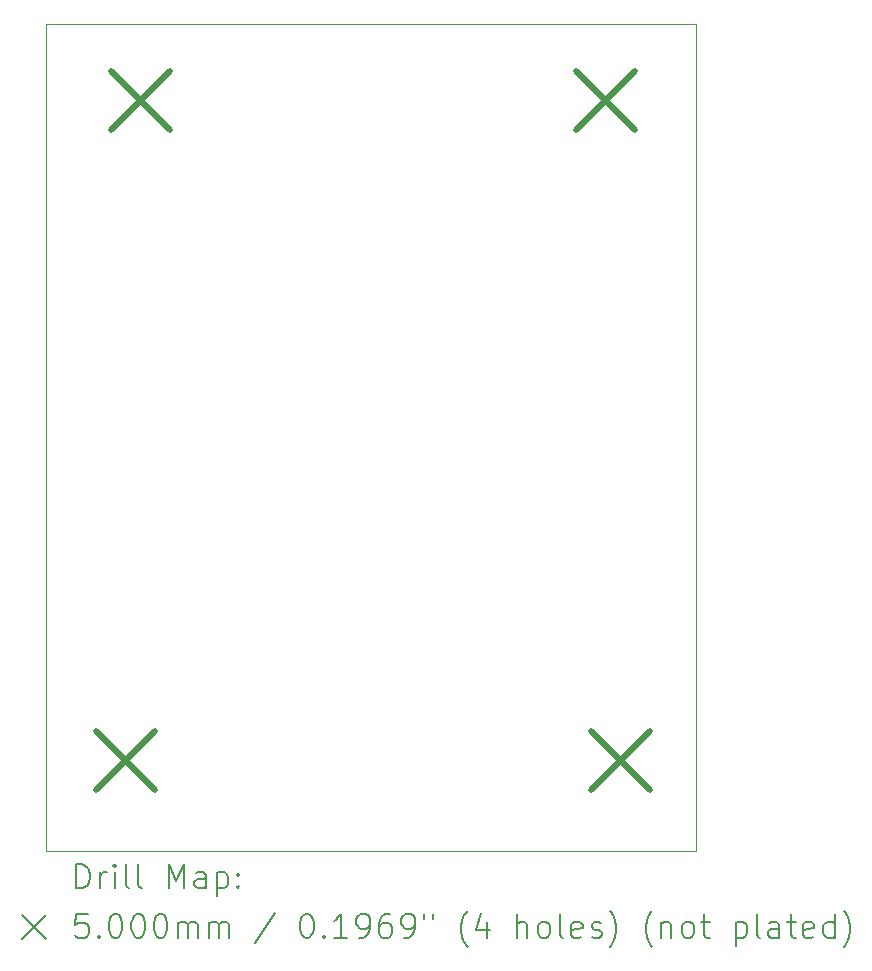
<source format=gbr>
%TF.GenerationSoftware,KiCad,Pcbnew,7.0.7*%
%TF.CreationDate,2023-10-27T22:05:09-06:00*%
%TF.ProjectId,RatGDO-OpenSource,52617447-444f-42d4-9f70-656e536f7572,rev?*%
%TF.SameCoordinates,Original*%
%TF.FileFunction,Drillmap*%
%TF.FilePolarity,Positive*%
%FSLAX45Y45*%
G04 Gerber Fmt 4.5, Leading zero omitted, Abs format (unit mm)*
G04 Created by KiCad (PCBNEW 7.0.7) date 2023-10-27 22:05:09*
%MOMM*%
%LPD*%
G01*
G04 APERTURE LIST*
%ADD10C,0.100000*%
%ADD11C,0.200000*%
%ADD12C,0.500000*%
G04 APERTURE END LIST*
D10*
X11391000Y-5573000D02*
X16891000Y-5573000D01*
X16891000Y-12573000D01*
X11391000Y-12573000D01*
X11391000Y-5573000D01*
D11*
D12*
X11815000Y-11561000D02*
X12315000Y-12061000D01*
X12315000Y-11561000D02*
X11815000Y-12061000D01*
X11942000Y-5973000D02*
X12442000Y-6473000D01*
X12442000Y-5973000D02*
X11942000Y-6473000D01*
X15879000Y-5973000D02*
X16379000Y-6473000D01*
X16379000Y-5973000D02*
X15879000Y-6473000D01*
X16006000Y-11561000D02*
X16506000Y-12061000D01*
X16506000Y-11561000D02*
X16006000Y-12061000D01*
D11*
X11646777Y-12889484D02*
X11646777Y-12689484D01*
X11646777Y-12689484D02*
X11694396Y-12689484D01*
X11694396Y-12689484D02*
X11722967Y-12699008D01*
X11722967Y-12699008D02*
X11742015Y-12718055D01*
X11742015Y-12718055D02*
X11751539Y-12737103D01*
X11751539Y-12737103D02*
X11761062Y-12775198D01*
X11761062Y-12775198D02*
X11761062Y-12803769D01*
X11761062Y-12803769D02*
X11751539Y-12841865D01*
X11751539Y-12841865D02*
X11742015Y-12860912D01*
X11742015Y-12860912D02*
X11722967Y-12879960D01*
X11722967Y-12879960D02*
X11694396Y-12889484D01*
X11694396Y-12889484D02*
X11646777Y-12889484D01*
X11846777Y-12889484D02*
X11846777Y-12756150D01*
X11846777Y-12794246D02*
X11856301Y-12775198D01*
X11856301Y-12775198D02*
X11865824Y-12765674D01*
X11865824Y-12765674D02*
X11884872Y-12756150D01*
X11884872Y-12756150D02*
X11903920Y-12756150D01*
X11970586Y-12889484D02*
X11970586Y-12756150D01*
X11970586Y-12689484D02*
X11961062Y-12699008D01*
X11961062Y-12699008D02*
X11970586Y-12708531D01*
X11970586Y-12708531D02*
X11980110Y-12699008D01*
X11980110Y-12699008D02*
X11970586Y-12689484D01*
X11970586Y-12689484D02*
X11970586Y-12708531D01*
X12094396Y-12889484D02*
X12075348Y-12879960D01*
X12075348Y-12879960D02*
X12065824Y-12860912D01*
X12065824Y-12860912D02*
X12065824Y-12689484D01*
X12199158Y-12889484D02*
X12180110Y-12879960D01*
X12180110Y-12879960D02*
X12170586Y-12860912D01*
X12170586Y-12860912D02*
X12170586Y-12689484D01*
X12427729Y-12889484D02*
X12427729Y-12689484D01*
X12427729Y-12689484D02*
X12494396Y-12832341D01*
X12494396Y-12832341D02*
X12561062Y-12689484D01*
X12561062Y-12689484D02*
X12561062Y-12889484D01*
X12742015Y-12889484D02*
X12742015Y-12784722D01*
X12742015Y-12784722D02*
X12732491Y-12765674D01*
X12732491Y-12765674D02*
X12713443Y-12756150D01*
X12713443Y-12756150D02*
X12675348Y-12756150D01*
X12675348Y-12756150D02*
X12656301Y-12765674D01*
X12742015Y-12879960D02*
X12722967Y-12889484D01*
X12722967Y-12889484D02*
X12675348Y-12889484D01*
X12675348Y-12889484D02*
X12656301Y-12879960D01*
X12656301Y-12879960D02*
X12646777Y-12860912D01*
X12646777Y-12860912D02*
X12646777Y-12841865D01*
X12646777Y-12841865D02*
X12656301Y-12822817D01*
X12656301Y-12822817D02*
X12675348Y-12813293D01*
X12675348Y-12813293D02*
X12722967Y-12813293D01*
X12722967Y-12813293D02*
X12742015Y-12803769D01*
X12837253Y-12756150D02*
X12837253Y-12956150D01*
X12837253Y-12765674D02*
X12856301Y-12756150D01*
X12856301Y-12756150D02*
X12894396Y-12756150D01*
X12894396Y-12756150D02*
X12913443Y-12765674D01*
X12913443Y-12765674D02*
X12922967Y-12775198D01*
X12922967Y-12775198D02*
X12932491Y-12794246D01*
X12932491Y-12794246D02*
X12932491Y-12851388D01*
X12932491Y-12851388D02*
X12922967Y-12870436D01*
X12922967Y-12870436D02*
X12913443Y-12879960D01*
X12913443Y-12879960D02*
X12894396Y-12889484D01*
X12894396Y-12889484D02*
X12856301Y-12889484D01*
X12856301Y-12889484D02*
X12837253Y-12879960D01*
X13018205Y-12870436D02*
X13027729Y-12879960D01*
X13027729Y-12879960D02*
X13018205Y-12889484D01*
X13018205Y-12889484D02*
X13008682Y-12879960D01*
X13008682Y-12879960D02*
X13018205Y-12870436D01*
X13018205Y-12870436D02*
X13018205Y-12889484D01*
X13018205Y-12765674D02*
X13027729Y-12775198D01*
X13027729Y-12775198D02*
X13018205Y-12784722D01*
X13018205Y-12784722D02*
X13008682Y-12775198D01*
X13008682Y-12775198D02*
X13018205Y-12765674D01*
X13018205Y-12765674D02*
X13018205Y-12784722D01*
X11186000Y-13118000D02*
X11386000Y-13318000D01*
X11386000Y-13118000D02*
X11186000Y-13318000D01*
X11742015Y-13109484D02*
X11646777Y-13109484D01*
X11646777Y-13109484D02*
X11637253Y-13204722D01*
X11637253Y-13204722D02*
X11646777Y-13195198D01*
X11646777Y-13195198D02*
X11665824Y-13185674D01*
X11665824Y-13185674D02*
X11713443Y-13185674D01*
X11713443Y-13185674D02*
X11732491Y-13195198D01*
X11732491Y-13195198D02*
X11742015Y-13204722D01*
X11742015Y-13204722D02*
X11751539Y-13223769D01*
X11751539Y-13223769D02*
X11751539Y-13271388D01*
X11751539Y-13271388D02*
X11742015Y-13290436D01*
X11742015Y-13290436D02*
X11732491Y-13299960D01*
X11732491Y-13299960D02*
X11713443Y-13309484D01*
X11713443Y-13309484D02*
X11665824Y-13309484D01*
X11665824Y-13309484D02*
X11646777Y-13299960D01*
X11646777Y-13299960D02*
X11637253Y-13290436D01*
X11837253Y-13290436D02*
X11846777Y-13299960D01*
X11846777Y-13299960D02*
X11837253Y-13309484D01*
X11837253Y-13309484D02*
X11827729Y-13299960D01*
X11827729Y-13299960D02*
X11837253Y-13290436D01*
X11837253Y-13290436D02*
X11837253Y-13309484D01*
X11970586Y-13109484D02*
X11989634Y-13109484D01*
X11989634Y-13109484D02*
X12008682Y-13119008D01*
X12008682Y-13119008D02*
X12018205Y-13128531D01*
X12018205Y-13128531D02*
X12027729Y-13147579D01*
X12027729Y-13147579D02*
X12037253Y-13185674D01*
X12037253Y-13185674D02*
X12037253Y-13233293D01*
X12037253Y-13233293D02*
X12027729Y-13271388D01*
X12027729Y-13271388D02*
X12018205Y-13290436D01*
X12018205Y-13290436D02*
X12008682Y-13299960D01*
X12008682Y-13299960D02*
X11989634Y-13309484D01*
X11989634Y-13309484D02*
X11970586Y-13309484D01*
X11970586Y-13309484D02*
X11951539Y-13299960D01*
X11951539Y-13299960D02*
X11942015Y-13290436D01*
X11942015Y-13290436D02*
X11932491Y-13271388D01*
X11932491Y-13271388D02*
X11922967Y-13233293D01*
X11922967Y-13233293D02*
X11922967Y-13185674D01*
X11922967Y-13185674D02*
X11932491Y-13147579D01*
X11932491Y-13147579D02*
X11942015Y-13128531D01*
X11942015Y-13128531D02*
X11951539Y-13119008D01*
X11951539Y-13119008D02*
X11970586Y-13109484D01*
X12161062Y-13109484D02*
X12180110Y-13109484D01*
X12180110Y-13109484D02*
X12199158Y-13119008D01*
X12199158Y-13119008D02*
X12208682Y-13128531D01*
X12208682Y-13128531D02*
X12218205Y-13147579D01*
X12218205Y-13147579D02*
X12227729Y-13185674D01*
X12227729Y-13185674D02*
X12227729Y-13233293D01*
X12227729Y-13233293D02*
X12218205Y-13271388D01*
X12218205Y-13271388D02*
X12208682Y-13290436D01*
X12208682Y-13290436D02*
X12199158Y-13299960D01*
X12199158Y-13299960D02*
X12180110Y-13309484D01*
X12180110Y-13309484D02*
X12161062Y-13309484D01*
X12161062Y-13309484D02*
X12142015Y-13299960D01*
X12142015Y-13299960D02*
X12132491Y-13290436D01*
X12132491Y-13290436D02*
X12122967Y-13271388D01*
X12122967Y-13271388D02*
X12113443Y-13233293D01*
X12113443Y-13233293D02*
X12113443Y-13185674D01*
X12113443Y-13185674D02*
X12122967Y-13147579D01*
X12122967Y-13147579D02*
X12132491Y-13128531D01*
X12132491Y-13128531D02*
X12142015Y-13119008D01*
X12142015Y-13119008D02*
X12161062Y-13109484D01*
X12351539Y-13109484D02*
X12370586Y-13109484D01*
X12370586Y-13109484D02*
X12389634Y-13119008D01*
X12389634Y-13119008D02*
X12399158Y-13128531D01*
X12399158Y-13128531D02*
X12408682Y-13147579D01*
X12408682Y-13147579D02*
X12418205Y-13185674D01*
X12418205Y-13185674D02*
X12418205Y-13233293D01*
X12418205Y-13233293D02*
X12408682Y-13271388D01*
X12408682Y-13271388D02*
X12399158Y-13290436D01*
X12399158Y-13290436D02*
X12389634Y-13299960D01*
X12389634Y-13299960D02*
X12370586Y-13309484D01*
X12370586Y-13309484D02*
X12351539Y-13309484D01*
X12351539Y-13309484D02*
X12332491Y-13299960D01*
X12332491Y-13299960D02*
X12322967Y-13290436D01*
X12322967Y-13290436D02*
X12313443Y-13271388D01*
X12313443Y-13271388D02*
X12303920Y-13233293D01*
X12303920Y-13233293D02*
X12303920Y-13185674D01*
X12303920Y-13185674D02*
X12313443Y-13147579D01*
X12313443Y-13147579D02*
X12322967Y-13128531D01*
X12322967Y-13128531D02*
X12332491Y-13119008D01*
X12332491Y-13119008D02*
X12351539Y-13109484D01*
X12503920Y-13309484D02*
X12503920Y-13176150D01*
X12503920Y-13195198D02*
X12513443Y-13185674D01*
X12513443Y-13185674D02*
X12532491Y-13176150D01*
X12532491Y-13176150D02*
X12561063Y-13176150D01*
X12561063Y-13176150D02*
X12580110Y-13185674D01*
X12580110Y-13185674D02*
X12589634Y-13204722D01*
X12589634Y-13204722D02*
X12589634Y-13309484D01*
X12589634Y-13204722D02*
X12599158Y-13185674D01*
X12599158Y-13185674D02*
X12618205Y-13176150D01*
X12618205Y-13176150D02*
X12646777Y-13176150D01*
X12646777Y-13176150D02*
X12665824Y-13185674D01*
X12665824Y-13185674D02*
X12675348Y-13204722D01*
X12675348Y-13204722D02*
X12675348Y-13309484D01*
X12770586Y-13309484D02*
X12770586Y-13176150D01*
X12770586Y-13195198D02*
X12780110Y-13185674D01*
X12780110Y-13185674D02*
X12799158Y-13176150D01*
X12799158Y-13176150D02*
X12827729Y-13176150D01*
X12827729Y-13176150D02*
X12846777Y-13185674D01*
X12846777Y-13185674D02*
X12856301Y-13204722D01*
X12856301Y-13204722D02*
X12856301Y-13309484D01*
X12856301Y-13204722D02*
X12865824Y-13185674D01*
X12865824Y-13185674D02*
X12884872Y-13176150D01*
X12884872Y-13176150D02*
X12913443Y-13176150D01*
X12913443Y-13176150D02*
X12932491Y-13185674D01*
X12932491Y-13185674D02*
X12942015Y-13204722D01*
X12942015Y-13204722D02*
X12942015Y-13309484D01*
X13332491Y-13099960D02*
X13161063Y-13357103D01*
X13589634Y-13109484D02*
X13608682Y-13109484D01*
X13608682Y-13109484D02*
X13627729Y-13119008D01*
X13627729Y-13119008D02*
X13637253Y-13128531D01*
X13637253Y-13128531D02*
X13646777Y-13147579D01*
X13646777Y-13147579D02*
X13656301Y-13185674D01*
X13656301Y-13185674D02*
X13656301Y-13233293D01*
X13656301Y-13233293D02*
X13646777Y-13271388D01*
X13646777Y-13271388D02*
X13637253Y-13290436D01*
X13637253Y-13290436D02*
X13627729Y-13299960D01*
X13627729Y-13299960D02*
X13608682Y-13309484D01*
X13608682Y-13309484D02*
X13589634Y-13309484D01*
X13589634Y-13309484D02*
X13570586Y-13299960D01*
X13570586Y-13299960D02*
X13561063Y-13290436D01*
X13561063Y-13290436D02*
X13551539Y-13271388D01*
X13551539Y-13271388D02*
X13542015Y-13233293D01*
X13542015Y-13233293D02*
X13542015Y-13185674D01*
X13542015Y-13185674D02*
X13551539Y-13147579D01*
X13551539Y-13147579D02*
X13561063Y-13128531D01*
X13561063Y-13128531D02*
X13570586Y-13119008D01*
X13570586Y-13119008D02*
X13589634Y-13109484D01*
X13742015Y-13290436D02*
X13751539Y-13299960D01*
X13751539Y-13299960D02*
X13742015Y-13309484D01*
X13742015Y-13309484D02*
X13732491Y-13299960D01*
X13732491Y-13299960D02*
X13742015Y-13290436D01*
X13742015Y-13290436D02*
X13742015Y-13309484D01*
X13942015Y-13309484D02*
X13827729Y-13309484D01*
X13884872Y-13309484D02*
X13884872Y-13109484D01*
X13884872Y-13109484D02*
X13865825Y-13138055D01*
X13865825Y-13138055D02*
X13846777Y-13157103D01*
X13846777Y-13157103D02*
X13827729Y-13166627D01*
X14037253Y-13309484D02*
X14075348Y-13309484D01*
X14075348Y-13309484D02*
X14094396Y-13299960D01*
X14094396Y-13299960D02*
X14103920Y-13290436D01*
X14103920Y-13290436D02*
X14122967Y-13261865D01*
X14122967Y-13261865D02*
X14132491Y-13223769D01*
X14132491Y-13223769D02*
X14132491Y-13147579D01*
X14132491Y-13147579D02*
X14122967Y-13128531D01*
X14122967Y-13128531D02*
X14113444Y-13119008D01*
X14113444Y-13119008D02*
X14094396Y-13109484D01*
X14094396Y-13109484D02*
X14056301Y-13109484D01*
X14056301Y-13109484D02*
X14037253Y-13119008D01*
X14037253Y-13119008D02*
X14027729Y-13128531D01*
X14027729Y-13128531D02*
X14018206Y-13147579D01*
X14018206Y-13147579D02*
X14018206Y-13195198D01*
X14018206Y-13195198D02*
X14027729Y-13214246D01*
X14027729Y-13214246D02*
X14037253Y-13223769D01*
X14037253Y-13223769D02*
X14056301Y-13233293D01*
X14056301Y-13233293D02*
X14094396Y-13233293D01*
X14094396Y-13233293D02*
X14113444Y-13223769D01*
X14113444Y-13223769D02*
X14122967Y-13214246D01*
X14122967Y-13214246D02*
X14132491Y-13195198D01*
X14303920Y-13109484D02*
X14265825Y-13109484D01*
X14265825Y-13109484D02*
X14246777Y-13119008D01*
X14246777Y-13119008D02*
X14237253Y-13128531D01*
X14237253Y-13128531D02*
X14218206Y-13157103D01*
X14218206Y-13157103D02*
X14208682Y-13195198D01*
X14208682Y-13195198D02*
X14208682Y-13271388D01*
X14208682Y-13271388D02*
X14218206Y-13290436D01*
X14218206Y-13290436D02*
X14227729Y-13299960D01*
X14227729Y-13299960D02*
X14246777Y-13309484D01*
X14246777Y-13309484D02*
X14284872Y-13309484D01*
X14284872Y-13309484D02*
X14303920Y-13299960D01*
X14303920Y-13299960D02*
X14313444Y-13290436D01*
X14313444Y-13290436D02*
X14322967Y-13271388D01*
X14322967Y-13271388D02*
X14322967Y-13223769D01*
X14322967Y-13223769D02*
X14313444Y-13204722D01*
X14313444Y-13204722D02*
X14303920Y-13195198D01*
X14303920Y-13195198D02*
X14284872Y-13185674D01*
X14284872Y-13185674D02*
X14246777Y-13185674D01*
X14246777Y-13185674D02*
X14227729Y-13195198D01*
X14227729Y-13195198D02*
X14218206Y-13204722D01*
X14218206Y-13204722D02*
X14208682Y-13223769D01*
X14418206Y-13309484D02*
X14456301Y-13309484D01*
X14456301Y-13309484D02*
X14475348Y-13299960D01*
X14475348Y-13299960D02*
X14484872Y-13290436D01*
X14484872Y-13290436D02*
X14503920Y-13261865D01*
X14503920Y-13261865D02*
X14513444Y-13223769D01*
X14513444Y-13223769D02*
X14513444Y-13147579D01*
X14513444Y-13147579D02*
X14503920Y-13128531D01*
X14503920Y-13128531D02*
X14494396Y-13119008D01*
X14494396Y-13119008D02*
X14475348Y-13109484D01*
X14475348Y-13109484D02*
X14437253Y-13109484D01*
X14437253Y-13109484D02*
X14418206Y-13119008D01*
X14418206Y-13119008D02*
X14408682Y-13128531D01*
X14408682Y-13128531D02*
X14399158Y-13147579D01*
X14399158Y-13147579D02*
X14399158Y-13195198D01*
X14399158Y-13195198D02*
X14408682Y-13214246D01*
X14408682Y-13214246D02*
X14418206Y-13223769D01*
X14418206Y-13223769D02*
X14437253Y-13233293D01*
X14437253Y-13233293D02*
X14475348Y-13233293D01*
X14475348Y-13233293D02*
X14494396Y-13223769D01*
X14494396Y-13223769D02*
X14503920Y-13214246D01*
X14503920Y-13214246D02*
X14513444Y-13195198D01*
X14589634Y-13109484D02*
X14589634Y-13147579D01*
X14665825Y-13109484D02*
X14665825Y-13147579D01*
X14961063Y-13385674D02*
X14951539Y-13376150D01*
X14951539Y-13376150D02*
X14932491Y-13347579D01*
X14932491Y-13347579D02*
X14922968Y-13328531D01*
X14922968Y-13328531D02*
X14913444Y-13299960D01*
X14913444Y-13299960D02*
X14903920Y-13252341D01*
X14903920Y-13252341D02*
X14903920Y-13214246D01*
X14903920Y-13214246D02*
X14913444Y-13166627D01*
X14913444Y-13166627D02*
X14922968Y-13138055D01*
X14922968Y-13138055D02*
X14932491Y-13119008D01*
X14932491Y-13119008D02*
X14951539Y-13090436D01*
X14951539Y-13090436D02*
X14961063Y-13080912D01*
X15122968Y-13176150D02*
X15122968Y-13309484D01*
X15075348Y-13099960D02*
X15027729Y-13242817D01*
X15027729Y-13242817D02*
X15151539Y-13242817D01*
X15380110Y-13309484D02*
X15380110Y-13109484D01*
X15465825Y-13309484D02*
X15465825Y-13204722D01*
X15465825Y-13204722D02*
X15456301Y-13185674D01*
X15456301Y-13185674D02*
X15437253Y-13176150D01*
X15437253Y-13176150D02*
X15408682Y-13176150D01*
X15408682Y-13176150D02*
X15389634Y-13185674D01*
X15389634Y-13185674D02*
X15380110Y-13195198D01*
X15589634Y-13309484D02*
X15570587Y-13299960D01*
X15570587Y-13299960D02*
X15561063Y-13290436D01*
X15561063Y-13290436D02*
X15551539Y-13271388D01*
X15551539Y-13271388D02*
X15551539Y-13214246D01*
X15551539Y-13214246D02*
X15561063Y-13195198D01*
X15561063Y-13195198D02*
X15570587Y-13185674D01*
X15570587Y-13185674D02*
X15589634Y-13176150D01*
X15589634Y-13176150D02*
X15618206Y-13176150D01*
X15618206Y-13176150D02*
X15637253Y-13185674D01*
X15637253Y-13185674D02*
X15646777Y-13195198D01*
X15646777Y-13195198D02*
X15656301Y-13214246D01*
X15656301Y-13214246D02*
X15656301Y-13271388D01*
X15656301Y-13271388D02*
X15646777Y-13290436D01*
X15646777Y-13290436D02*
X15637253Y-13299960D01*
X15637253Y-13299960D02*
X15618206Y-13309484D01*
X15618206Y-13309484D02*
X15589634Y-13309484D01*
X15770587Y-13309484D02*
X15751539Y-13299960D01*
X15751539Y-13299960D02*
X15742015Y-13280912D01*
X15742015Y-13280912D02*
X15742015Y-13109484D01*
X15922968Y-13299960D02*
X15903920Y-13309484D01*
X15903920Y-13309484D02*
X15865825Y-13309484D01*
X15865825Y-13309484D02*
X15846777Y-13299960D01*
X15846777Y-13299960D02*
X15837253Y-13280912D01*
X15837253Y-13280912D02*
X15837253Y-13204722D01*
X15837253Y-13204722D02*
X15846777Y-13185674D01*
X15846777Y-13185674D02*
X15865825Y-13176150D01*
X15865825Y-13176150D02*
X15903920Y-13176150D01*
X15903920Y-13176150D02*
X15922968Y-13185674D01*
X15922968Y-13185674D02*
X15932491Y-13204722D01*
X15932491Y-13204722D02*
X15932491Y-13223769D01*
X15932491Y-13223769D02*
X15837253Y-13242817D01*
X16008682Y-13299960D02*
X16027730Y-13309484D01*
X16027730Y-13309484D02*
X16065825Y-13309484D01*
X16065825Y-13309484D02*
X16084872Y-13299960D01*
X16084872Y-13299960D02*
X16094396Y-13280912D01*
X16094396Y-13280912D02*
X16094396Y-13271388D01*
X16094396Y-13271388D02*
X16084872Y-13252341D01*
X16084872Y-13252341D02*
X16065825Y-13242817D01*
X16065825Y-13242817D02*
X16037253Y-13242817D01*
X16037253Y-13242817D02*
X16018206Y-13233293D01*
X16018206Y-13233293D02*
X16008682Y-13214246D01*
X16008682Y-13214246D02*
X16008682Y-13204722D01*
X16008682Y-13204722D02*
X16018206Y-13185674D01*
X16018206Y-13185674D02*
X16037253Y-13176150D01*
X16037253Y-13176150D02*
X16065825Y-13176150D01*
X16065825Y-13176150D02*
X16084872Y-13185674D01*
X16161063Y-13385674D02*
X16170587Y-13376150D01*
X16170587Y-13376150D02*
X16189634Y-13347579D01*
X16189634Y-13347579D02*
X16199158Y-13328531D01*
X16199158Y-13328531D02*
X16208682Y-13299960D01*
X16208682Y-13299960D02*
X16218206Y-13252341D01*
X16218206Y-13252341D02*
X16218206Y-13214246D01*
X16218206Y-13214246D02*
X16208682Y-13166627D01*
X16208682Y-13166627D02*
X16199158Y-13138055D01*
X16199158Y-13138055D02*
X16189634Y-13119008D01*
X16189634Y-13119008D02*
X16170587Y-13090436D01*
X16170587Y-13090436D02*
X16161063Y-13080912D01*
X16522968Y-13385674D02*
X16513444Y-13376150D01*
X16513444Y-13376150D02*
X16494396Y-13347579D01*
X16494396Y-13347579D02*
X16484872Y-13328531D01*
X16484872Y-13328531D02*
X16475349Y-13299960D01*
X16475349Y-13299960D02*
X16465825Y-13252341D01*
X16465825Y-13252341D02*
X16465825Y-13214246D01*
X16465825Y-13214246D02*
X16475349Y-13166627D01*
X16475349Y-13166627D02*
X16484872Y-13138055D01*
X16484872Y-13138055D02*
X16494396Y-13119008D01*
X16494396Y-13119008D02*
X16513444Y-13090436D01*
X16513444Y-13090436D02*
X16522968Y-13080912D01*
X16599158Y-13176150D02*
X16599158Y-13309484D01*
X16599158Y-13195198D02*
X16608682Y-13185674D01*
X16608682Y-13185674D02*
X16627730Y-13176150D01*
X16627730Y-13176150D02*
X16656301Y-13176150D01*
X16656301Y-13176150D02*
X16675349Y-13185674D01*
X16675349Y-13185674D02*
X16684872Y-13204722D01*
X16684872Y-13204722D02*
X16684872Y-13309484D01*
X16808682Y-13309484D02*
X16789634Y-13299960D01*
X16789634Y-13299960D02*
X16780111Y-13290436D01*
X16780111Y-13290436D02*
X16770587Y-13271388D01*
X16770587Y-13271388D02*
X16770587Y-13214246D01*
X16770587Y-13214246D02*
X16780111Y-13195198D01*
X16780111Y-13195198D02*
X16789634Y-13185674D01*
X16789634Y-13185674D02*
X16808682Y-13176150D01*
X16808682Y-13176150D02*
X16837254Y-13176150D01*
X16837254Y-13176150D02*
X16856301Y-13185674D01*
X16856301Y-13185674D02*
X16865825Y-13195198D01*
X16865825Y-13195198D02*
X16875349Y-13214246D01*
X16875349Y-13214246D02*
X16875349Y-13271388D01*
X16875349Y-13271388D02*
X16865825Y-13290436D01*
X16865825Y-13290436D02*
X16856301Y-13299960D01*
X16856301Y-13299960D02*
X16837254Y-13309484D01*
X16837254Y-13309484D02*
X16808682Y-13309484D01*
X16932492Y-13176150D02*
X17008682Y-13176150D01*
X16961063Y-13109484D02*
X16961063Y-13280912D01*
X16961063Y-13280912D02*
X16970587Y-13299960D01*
X16970587Y-13299960D02*
X16989634Y-13309484D01*
X16989634Y-13309484D02*
X17008682Y-13309484D01*
X17227730Y-13176150D02*
X17227730Y-13376150D01*
X17227730Y-13185674D02*
X17246777Y-13176150D01*
X17246777Y-13176150D02*
X17284873Y-13176150D01*
X17284873Y-13176150D02*
X17303920Y-13185674D01*
X17303920Y-13185674D02*
X17313444Y-13195198D01*
X17313444Y-13195198D02*
X17322968Y-13214246D01*
X17322968Y-13214246D02*
X17322968Y-13271388D01*
X17322968Y-13271388D02*
X17313444Y-13290436D01*
X17313444Y-13290436D02*
X17303920Y-13299960D01*
X17303920Y-13299960D02*
X17284873Y-13309484D01*
X17284873Y-13309484D02*
X17246777Y-13309484D01*
X17246777Y-13309484D02*
X17227730Y-13299960D01*
X17437254Y-13309484D02*
X17418206Y-13299960D01*
X17418206Y-13299960D02*
X17408682Y-13280912D01*
X17408682Y-13280912D02*
X17408682Y-13109484D01*
X17599158Y-13309484D02*
X17599158Y-13204722D01*
X17599158Y-13204722D02*
X17589635Y-13185674D01*
X17589635Y-13185674D02*
X17570587Y-13176150D01*
X17570587Y-13176150D02*
X17532492Y-13176150D01*
X17532492Y-13176150D02*
X17513444Y-13185674D01*
X17599158Y-13299960D02*
X17580111Y-13309484D01*
X17580111Y-13309484D02*
X17532492Y-13309484D01*
X17532492Y-13309484D02*
X17513444Y-13299960D01*
X17513444Y-13299960D02*
X17503920Y-13280912D01*
X17503920Y-13280912D02*
X17503920Y-13261865D01*
X17503920Y-13261865D02*
X17513444Y-13242817D01*
X17513444Y-13242817D02*
X17532492Y-13233293D01*
X17532492Y-13233293D02*
X17580111Y-13233293D01*
X17580111Y-13233293D02*
X17599158Y-13223769D01*
X17665825Y-13176150D02*
X17742015Y-13176150D01*
X17694396Y-13109484D02*
X17694396Y-13280912D01*
X17694396Y-13280912D02*
X17703920Y-13299960D01*
X17703920Y-13299960D02*
X17722968Y-13309484D01*
X17722968Y-13309484D02*
X17742015Y-13309484D01*
X17884873Y-13299960D02*
X17865825Y-13309484D01*
X17865825Y-13309484D02*
X17827730Y-13309484D01*
X17827730Y-13309484D02*
X17808682Y-13299960D01*
X17808682Y-13299960D02*
X17799158Y-13280912D01*
X17799158Y-13280912D02*
X17799158Y-13204722D01*
X17799158Y-13204722D02*
X17808682Y-13185674D01*
X17808682Y-13185674D02*
X17827730Y-13176150D01*
X17827730Y-13176150D02*
X17865825Y-13176150D01*
X17865825Y-13176150D02*
X17884873Y-13185674D01*
X17884873Y-13185674D02*
X17894396Y-13204722D01*
X17894396Y-13204722D02*
X17894396Y-13223769D01*
X17894396Y-13223769D02*
X17799158Y-13242817D01*
X18065825Y-13309484D02*
X18065825Y-13109484D01*
X18065825Y-13299960D02*
X18046777Y-13309484D01*
X18046777Y-13309484D02*
X18008682Y-13309484D01*
X18008682Y-13309484D02*
X17989635Y-13299960D01*
X17989635Y-13299960D02*
X17980111Y-13290436D01*
X17980111Y-13290436D02*
X17970587Y-13271388D01*
X17970587Y-13271388D02*
X17970587Y-13214246D01*
X17970587Y-13214246D02*
X17980111Y-13195198D01*
X17980111Y-13195198D02*
X17989635Y-13185674D01*
X17989635Y-13185674D02*
X18008682Y-13176150D01*
X18008682Y-13176150D02*
X18046777Y-13176150D01*
X18046777Y-13176150D02*
X18065825Y-13185674D01*
X18142016Y-13385674D02*
X18151539Y-13376150D01*
X18151539Y-13376150D02*
X18170587Y-13347579D01*
X18170587Y-13347579D02*
X18180111Y-13328531D01*
X18180111Y-13328531D02*
X18189635Y-13299960D01*
X18189635Y-13299960D02*
X18199158Y-13252341D01*
X18199158Y-13252341D02*
X18199158Y-13214246D01*
X18199158Y-13214246D02*
X18189635Y-13166627D01*
X18189635Y-13166627D02*
X18180111Y-13138055D01*
X18180111Y-13138055D02*
X18170587Y-13119008D01*
X18170587Y-13119008D02*
X18151539Y-13090436D01*
X18151539Y-13090436D02*
X18142016Y-13080912D01*
M02*

</source>
